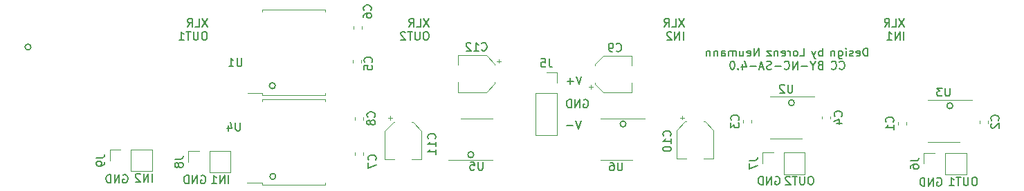
<source format=gbr>
%TF.GenerationSoftware,KiCad,Pcbnew,(7.0.0)*%
%TF.CreationDate,2023-11-09T23:31:26+01:00*%
%TF.ProjectId,xlr-inteface,786c722d-696e-4746-9566-6163652e6b69,rev?*%
%TF.SameCoordinates,Original*%
%TF.FileFunction,Legend,Bot*%
%TF.FilePolarity,Positive*%
%FSLAX46Y46*%
G04 Gerber Fmt 4.6, Leading zero omitted, Abs format (unit mm)*
G04 Created by KiCad (PCBNEW (7.0.0)) date 2023-11-09 23:31:26*
%MOMM*%
%LPD*%
G01*
G04 APERTURE LIST*
%ADD10C,0.150000*%
%ADD11C,0.120000*%
G04 APERTURE END LIST*
D10*
X120762381Y-39842380D02*
X120762381Y-38842380D01*
X120762381Y-38842380D02*
X120524286Y-38842380D01*
X120524286Y-38842380D02*
X120381429Y-38890000D01*
X120381429Y-38890000D02*
X120286191Y-38985238D01*
X120286191Y-38985238D02*
X120238572Y-39080476D01*
X120238572Y-39080476D02*
X120190953Y-39270952D01*
X120190953Y-39270952D02*
X120190953Y-39413809D01*
X120190953Y-39413809D02*
X120238572Y-39604285D01*
X120238572Y-39604285D02*
X120286191Y-39699523D01*
X120286191Y-39699523D02*
X120381429Y-39794761D01*
X120381429Y-39794761D02*
X120524286Y-39842380D01*
X120524286Y-39842380D02*
X120762381Y-39842380D01*
X119381429Y-39794761D02*
X119476667Y-39842380D01*
X119476667Y-39842380D02*
X119667143Y-39842380D01*
X119667143Y-39842380D02*
X119762381Y-39794761D01*
X119762381Y-39794761D02*
X119810000Y-39699523D01*
X119810000Y-39699523D02*
X119810000Y-39318571D01*
X119810000Y-39318571D02*
X119762381Y-39223333D01*
X119762381Y-39223333D02*
X119667143Y-39175714D01*
X119667143Y-39175714D02*
X119476667Y-39175714D01*
X119476667Y-39175714D02*
X119381429Y-39223333D01*
X119381429Y-39223333D02*
X119333810Y-39318571D01*
X119333810Y-39318571D02*
X119333810Y-39413809D01*
X119333810Y-39413809D02*
X119810000Y-39509047D01*
X118952857Y-39794761D02*
X118857619Y-39842380D01*
X118857619Y-39842380D02*
X118667143Y-39842380D01*
X118667143Y-39842380D02*
X118571905Y-39794761D01*
X118571905Y-39794761D02*
X118524286Y-39699523D01*
X118524286Y-39699523D02*
X118524286Y-39651904D01*
X118524286Y-39651904D02*
X118571905Y-39556666D01*
X118571905Y-39556666D02*
X118667143Y-39509047D01*
X118667143Y-39509047D02*
X118810000Y-39509047D01*
X118810000Y-39509047D02*
X118905238Y-39461428D01*
X118905238Y-39461428D02*
X118952857Y-39366190D01*
X118952857Y-39366190D02*
X118952857Y-39318571D01*
X118952857Y-39318571D02*
X118905238Y-39223333D01*
X118905238Y-39223333D02*
X118810000Y-39175714D01*
X118810000Y-39175714D02*
X118667143Y-39175714D01*
X118667143Y-39175714D02*
X118571905Y-39223333D01*
X118095714Y-39842380D02*
X118095714Y-39175714D01*
X118095714Y-38842380D02*
X118143333Y-38890000D01*
X118143333Y-38890000D02*
X118095714Y-38937619D01*
X118095714Y-38937619D02*
X118048095Y-38890000D01*
X118048095Y-38890000D02*
X118095714Y-38842380D01*
X118095714Y-38842380D02*
X118095714Y-38937619D01*
X117190953Y-39175714D02*
X117190953Y-39985238D01*
X117190953Y-39985238D02*
X117238572Y-40080476D01*
X117238572Y-40080476D02*
X117286191Y-40128095D01*
X117286191Y-40128095D02*
X117381429Y-40175714D01*
X117381429Y-40175714D02*
X117524286Y-40175714D01*
X117524286Y-40175714D02*
X117619524Y-40128095D01*
X117190953Y-39794761D02*
X117286191Y-39842380D01*
X117286191Y-39842380D02*
X117476667Y-39842380D01*
X117476667Y-39842380D02*
X117571905Y-39794761D01*
X117571905Y-39794761D02*
X117619524Y-39747142D01*
X117619524Y-39747142D02*
X117667143Y-39651904D01*
X117667143Y-39651904D02*
X117667143Y-39366190D01*
X117667143Y-39366190D02*
X117619524Y-39270952D01*
X117619524Y-39270952D02*
X117571905Y-39223333D01*
X117571905Y-39223333D02*
X117476667Y-39175714D01*
X117476667Y-39175714D02*
X117286191Y-39175714D01*
X117286191Y-39175714D02*
X117190953Y-39223333D01*
X116714762Y-39175714D02*
X116714762Y-39842380D01*
X116714762Y-39270952D02*
X116667143Y-39223333D01*
X116667143Y-39223333D02*
X116571905Y-39175714D01*
X116571905Y-39175714D02*
X116429048Y-39175714D01*
X116429048Y-39175714D02*
X116333810Y-39223333D01*
X116333810Y-39223333D02*
X116286191Y-39318571D01*
X116286191Y-39318571D02*
X116286191Y-39842380D01*
X115210000Y-39842380D02*
X115210000Y-38842380D01*
X115210000Y-39223333D02*
X115114762Y-39175714D01*
X115114762Y-39175714D02*
X114924286Y-39175714D01*
X114924286Y-39175714D02*
X114829048Y-39223333D01*
X114829048Y-39223333D02*
X114781429Y-39270952D01*
X114781429Y-39270952D02*
X114733810Y-39366190D01*
X114733810Y-39366190D02*
X114733810Y-39651904D01*
X114733810Y-39651904D02*
X114781429Y-39747142D01*
X114781429Y-39747142D02*
X114829048Y-39794761D01*
X114829048Y-39794761D02*
X114924286Y-39842380D01*
X114924286Y-39842380D02*
X115114762Y-39842380D01*
X115114762Y-39842380D02*
X115210000Y-39794761D01*
X114400476Y-39175714D02*
X114162381Y-39842380D01*
X113924286Y-39175714D02*
X114162381Y-39842380D01*
X114162381Y-39842380D02*
X114257619Y-40080476D01*
X114257619Y-40080476D02*
X114305238Y-40128095D01*
X114305238Y-40128095D02*
X114400476Y-40175714D01*
X112467143Y-39842380D02*
X112943333Y-39842380D01*
X112943333Y-39842380D02*
X112943333Y-38842380D01*
X111990952Y-39842380D02*
X112086190Y-39794761D01*
X112086190Y-39794761D02*
X112133809Y-39747142D01*
X112133809Y-39747142D02*
X112181428Y-39651904D01*
X112181428Y-39651904D02*
X112181428Y-39366190D01*
X112181428Y-39366190D02*
X112133809Y-39270952D01*
X112133809Y-39270952D02*
X112086190Y-39223333D01*
X112086190Y-39223333D02*
X111990952Y-39175714D01*
X111990952Y-39175714D02*
X111848095Y-39175714D01*
X111848095Y-39175714D02*
X111752857Y-39223333D01*
X111752857Y-39223333D02*
X111705238Y-39270952D01*
X111705238Y-39270952D02*
X111657619Y-39366190D01*
X111657619Y-39366190D02*
X111657619Y-39651904D01*
X111657619Y-39651904D02*
X111705238Y-39747142D01*
X111705238Y-39747142D02*
X111752857Y-39794761D01*
X111752857Y-39794761D02*
X111848095Y-39842380D01*
X111848095Y-39842380D02*
X111990952Y-39842380D01*
X111229047Y-39842380D02*
X111229047Y-39175714D01*
X111229047Y-39366190D02*
X111181428Y-39270952D01*
X111181428Y-39270952D02*
X111133809Y-39223333D01*
X111133809Y-39223333D02*
X111038571Y-39175714D01*
X111038571Y-39175714D02*
X110943333Y-39175714D01*
X110229047Y-39794761D02*
X110324285Y-39842380D01*
X110324285Y-39842380D02*
X110514761Y-39842380D01*
X110514761Y-39842380D02*
X110609999Y-39794761D01*
X110609999Y-39794761D02*
X110657618Y-39699523D01*
X110657618Y-39699523D02*
X110657618Y-39318571D01*
X110657618Y-39318571D02*
X110609999Y-39223333D01*
X110609999Y-39223333D02*
X110514761Y-39175714D01*
X110514761Y-39175714D02*
X110324285Y-39175714D01*
X110324285Y-39175714D02*
X110229047Y-39223333D01*
X110229047Y-39223333D02*
X110181428Y-39318571D01*
X110181428Y-39318571D02*
X110181428Y-39413809D01*
X110181428Y-39413809D02*
X110657618Y-39509047D01*
X109752856Y-39175714D02*
X109752856Y-39842380D01*
X109752856Y-39270952D02*
X109705237Y-39223333D01*
X109705237Y-39223333D02*
X109609999Y-39175714D01*
X109609999Y-39175714D02*
X109467142Y-39175714D01*
X109467142Y-39175714D02*
X109371904Y-39223333D01*
X109371904Y-39223333D02*
X109324285Y-39318571D01*
X109324285Y-39318571D02*
X109324285Y-39842380D01*
X108943332Y-39175714D02*
X108419523Y-39175714D01*
X108419523Y-39175714D02*
X108943332Y-39842380D01*
X108943332Y-39842380D02*
X108419523Y-39842380D01*
X107438570Y-39842380D02*
X107438570Y-38842380D01*
X107438570Y-38842380D02*
X106867142Y-39842380D01*
X106867142Y-39842380D02*
X106867142Y-38842380D01*
X106009999Y-39794761D02*
X106105237Y-39842380D01*
X106105237Y-39842380D02*
X106295713Y-39842380D01*
X106295713Y-39842380D02*
X106390951Y-39794761D01*
X106390951Y-39794761D02*
X106438570Y-39699523D01*
X106438570Y-39699523D02*
X106438570Y-39318571D01*
X106438570Y-39318571D02*
X106390951Y-39223333D01*
X106390951Y-39223333D02*
X106295713Y-39175714D01*
X106295713Y-39175714D02*
X106105237Y-39175714D01*
X106105237Y-39175714D02*
X106009999Y-39223333D01*
X106009999Y-39223333D02*
X105962380Y-39318571D01*
X105962380Y-39318571D02*
X105962380Y-39413809D01*
X105962380Y-39413809D02*
X106438570Y-39509047D01*
X105105237Y-39175714D02*
X105105237Y-39842380D01*
X105533808Y-39175714D02*
X105533808Y-39699523D01*
X105533808Y-39699523D02*
X105486189Y-39794761D01*
X105486189Y-39794761D02*
X105390951Y-39842380D01*
X105390951Y-39842380D02*
X105248094Y-39842380D01*
X105248094Y-39842380D02*
X105152856Y-39794761D01*
X105152856Y-39794761D02*
X105105237Y-39747142D01*
X104629046Y-39842380D02*
X104629046Y-39175714D01*
X104629046Y-39270952D02*
X104581427Y-39223333D01*
X104581427Y-39223333D02*
X104486189Y-39175714D01*
X104486189Y-39175714D02*
X104343332Y-39175714D01*
X104343332Y-39175714D02*
X104248094Y-39223333D01*
X104248094Y-39223333D02*
X104200475Y-39318571D01*
X104200475Y-39318571D02*
X104200475Y-39842380D01*
X104200475Y-39318571D02*
X104152856Y-39223333D01*
X104152856Y-39223333D02*
X104057618Y-39175714D01*
X104057618Y-39175714D02*
X103914761Y-39175714D01*
X103914761Y-39175714D02*
X103819522Y-39223333D01*
X103819522Y-39223333D02*
X103771903Y-39318571D01*
X103771903Y-39318571D02*
X103771903Y-39842380D01*
X102867142Y-39842380D02*
X102867142Y-39318571D01*
X102867142Y-39318571D02*
X102914761Y-39223333D01*
X102914761Y-39223333D02*
X103009999Y-39175714D01*
X103009999Y-39175714D02*
X103200475Y-39175714D01*
X103200475Y-39175714D02*
X103295713Y-39223333D01*
X102867142Y-39794761D02*
X102962380Y-39842380D01*
X102962380Y-39842380D02*
X103200475Y-39842380D01*
X103200475Y-39842380D02*
X103295713Y-39794761D01*
X103295713Y-39794761D02*
X103343332Y-39699523D01*
X103343332Y-39699523D02*
X103343332Y-39604285D01*
X103343332Y-39604285D02*
X103295713Y-39509047D01*
X103295713Y-39509047D02*
X103200475Y-39461428D01*
X103200475Y-39461428D02*
X102962380Y-39461428D01*
X102962380Y-39461428D02*
X102867142Y-39413809D01*
X102390951Y-39175714D02*
X102390951Y-39842380D01*
X102390951Y-39270952D02*
X102343332Y-39223333D01*
X102343332Y-39223333D02*
X102248094Y-39175714D01*
X102248094Y-39175714D02*
X102105237Y-39175714D01*
X102105237Y-39175714D02*
X102009999Y-39223333D01*
X102009999Y-39223333D02*
X101962380Y-39318571D01*
X101962380Y-39318571D02*
X101962380Y-39842380D01*
X101486189Y-39175714D02*
X101486189Y-39842380D01*
X101486189Y-39270952D02*
X101438570Y-39223333D01*
X101438570Y-39223333D02*
X101343332Y-39175714D01*
X101343332Y-39175714D02*
X101200475Y-39175714D01*
X101200475Y-39175714D02*
X101105237Y-39223333D01*
X101105237Y-39223333D02*
X101057618Y-39318571D01*
X101057618Y-39318571D02*
X101057618Y-39842380D01*
X117305237Y-41367142D02*
X117352856Y-41414761D01*
X117352856Y-41414761D02*
X117495713Y-41462380D01*
X117495713Y-41462380D02*
X117590951Y-41462380D01*
X117590951Y-41462380D02*
X117733808Y-41414761D01*
X117733808Y-41414761D02*
X117829046Y-41319523D01*
X117829046Y-41319523D02*
X117876665Y-41224285D01*
X117876665Y-41224285D02*
X117924284Y-41033809D01*
X117924284Y-41033809D02*
X117924284Y-40890952D01*
X117924284Y-40890952D02*
X117876665Y-40700476D01*
X117876665Y-40700476D02*
X117829046Y-40605238D01*
X117829046Y-40605238D02*
X117733808Y-40510000D01*
X117733808Y-40510000D02*
X117590951Y-40462380D01*
X117590951Y-40462380D02*
X117495713Y-40462380D01*
X117495713Y-40462380D02*
X117352856Y-40510000D01*
X117352856Y-40510000D02*
X117305237Y-40557619D01*
X116305237Y-41367142D02*
X116352856Y-41414761D01*
X116352856Y-41414761D02*
X116495713Y-41462380D01*
X116495713Y-41462380D02*
X116590951Y-41462380D01*
X116590951Y-41462380D02*
X116733808Y-41414761D01*
X116733808Y-41414761D02*
X116829046Y-41319523D01*
X116829046Y-41319523D02*
X116876665Y-41224285D01*
X116876665Y-41224285D02*
X116924284Y-41033809D01*
X116924284Y-41033809D02*
X116924284Y-40890952D01*
X116924284Y-40890952D02*
X116876665Y-40700476D01*
X116876665Y-40700476D02*
X116829046Y-40605238D01*
X116829046Y-40605238D02*
X116733808Y-40510000D01*
X116733808Y-40510000D02*
X116590951Y-40462380D01*
X116590951Y-40462380D02*
X116495713Y-40462380D01*
X116495713Y-40462380D02*
X116352856Y-40510000D01*
X116352856Y-40510000D02*
X116305237Y-40557619D01*
X114943332Y-40938571D02*
X114800475Y-40986190D01*
X114800475Y-40986190D02*
X114752856Y-41033809D01*
X114752856Y-41033809D02*
X114705237Y-41129047D01*
X114705237Y-41129047D02*
X114705237Y-41271904D01*
X114705237Y-41271904D02*
X114752856Y-41367142D01*
X114752856Y-41367142D02*
X114800475Y-41414761D01*
X114800475Y-41414761D02*
X114895713Y-41462380D01*
X114895713Y-41462380D02*
X115276665Y-41462380D01*
X115276665Y-41462380D02*
X115276665Y-40462380D01*
X115276665Y-40462380D02*
X114943332Y-40462380D01*
X114943332Y-40462380D02*
X114848094Y-40510000D01*
X114848094Y-40510000D02*
X114800475Y-40557619D01*
X114800475Y-40557619D02*
X114752856Y-40652857D01*
X114752856Y-40652857D02*
X114752856Y-40748095D01*
X114752856Y-40748095D02*
X114800475Y-40843333D01*
X114800475Y-40843333D02*
X114848094Y-40890952D01*
X114848094Y-40890952D02*
X114943332Y-40938571D01*
X114943332Y-40938571D02*
X115276665Y-40938571D01*
X114086189Y-40986190D02*
X114086189Y-41462380D01*
X114419522Y-40462380D02*
X114086189Y-40986190D01*
X114086189Y-40986190D02*
X113752856Y-40462380D01*
X113419522Y-41081428D02*
X112657618Y-41081428D01*
X112181427Y-41462380D02*
X112181427Y-40462380D01*
X112181427Y-40462380D02*
X111609999Y-41462380D01*
X111609999Y-41462380D02*
X111609999Y-40462380D01*
X110562380Y-41367142D02*
X110609999Y-41414761D01*
X110609999Y-41414761D02*
X110752856Y-41462380D01*
X110752856Y-41462380D02*
X110848094Y-41462380D01*
X110848094Y-41462380D02*
X110990951Y-41414761D01*
X110990951Y-41414761D02*
X111086189Y-41319523D01*
X111086189Y-41319523D02*
X111133808Y-41224285D01*
X111133808Y-41224285D02*
X111181427Y-41033809D01*
X111181427Y-41033809D02*
X111181427Y-40890952D01*
X111181427Y-40890952D02*
X111133808Y-40700476D01*
X111133808Y-40700476D02*
X111086189Y-40605238D01*
X111086189Y-40605238D02*
X110990951Y-40510000D01*
X110990951Y-40510000D02*
X110848094Y-40462380D01*
X110848094Y-40462380D02*
X110752856Y-40462380D01*
X110752856Y-40462380D02*
X110609999Y-40510000D01*
X110609999Y-40510000D02*
X110562380Y-40557619D01*
X110133808Y-41081428D02*
X109371904Y-41081428D01*
X108943332Y-41414761D02*
X108800475Y-41462380D01*
X108800475Y-41462380D02*
X108562380Y-41462380D01*
X108562380Y-41462380D02*
X108467142Y-41414761D01*
X108467142Y-41414761D02*
X108419523Y-41367142D01*
X108419523Y-41367142D02*
X108371904Y-41271904D01*
X108371904Y-41271904D02*
X108371904Y-41176666D01*
X108371904Y-41176666D02*
X108419523Y-41081428D01*
X108419523Y-41081428D02*
X108467142Y-41033809D01*
X108467142Y-41033809D02*
X108562380Y-40986190D01*
X108562380Y-40986190D02*
X108752856Y-40938571D01*
X108752856Y-40938571D02*
X108848094Y-40890952D01*
X108848094Y-40890952D02*
X108895713Y-40843333D01*
X108895713Y-40843333D02*
X108943332Y-40748095D01*
X108943332Y-40748095D02*
X108943332Y-40652857D01*
X108943332Y-40652857D02*
X108895713Y-40557619D01*
X108895713Y-40557619D02*
X108848094Y-40510000D01*
X108848094Y-40510000D02*
X108752856Y-40462380D01*
X108752856Y-40462380D02*
X108514761Y-40462380D01*
X108514761Y-40462380D02*
X108371904Y-40510000D01*
X107990951Y-41176666D02*
X107514761Y-41176666D01*
X108086189Y-41462380D02*
X107752856Y-40462380D01*
X107752856Y-40462380D02*
X107419523Y-41462380D01*
X107086189Y-41081428D02*
X106324285Y-41081428D01*
X105419523Y-40795714D02*
X105419523Y-41462380D01*
X105657618Y-40414761D02*
X105895713Y-41129047D01*
X105895713Y-41129047D02*
X105276666Y-41129047D01*
X104895713Y-41367142D02*
X104848094Y-41414761D01*
X104848094Y-41414761D02*
X104895713Y-41462380D01*
X104895713Y-41462380D02*
X104943332Y-41414761D01*
X104943332Y-41414761D02*
X104895713Y-41367142D01*
X104895713Y-41367142D02*
X104895713Y-41462380D01*
X104229047Y-40462380D02*
X104133809Y-40462380D01*
X104133809Y-40462380D02*
X104038571Y-40510000D01*
X104038571Y-40510000D02*
X103990952Y-40557619D01*
X103990952Y-40557619D02*
X103943333Y-40652857D01*
X103943333Y-40652857D02*
X103895714Y-40843333D01*
X103895714Y-40843333D02*
X103895714Y-41081428D01*
X103895714Y-41081428D02*
X103943333Y-41271904D01*
X103943333Y-41271904D02*
X103990952Y-41367142D01*
X103990952Y-41367142D02*
X104038571Y-41414761D01*
X104038571Y-41414761D02*
X104133809Y-41462380D01*
X104133809Y-41462380D02*
X104229047Y-41462380D01*
X104229047Y-41462380D02*
X104324285Y-41414761D01*
X104324285Y-41414761D02*
X104371904Y-41367142D01*
X104371904Y-41367142D02*
X104419523Y-41271904D01*
X104419523Y-41271904D02*
X104467142Y-41081428D01*
X104467142Y-41081428D02*
X104467142Y-40843333D01*
X104467142Y-40843333D02*
X104419523Y-40652857D01*
X104419523Y-40652857D02*
X104371904Y-40557619D01*
X104371904Y-40557619D02*
X104324285Y-40510000D01*
X104324285Y-40510000D02*
X104229047Y-40462380D01*
X39977142Y-35222380D02*
X39310476Y-36222380D01*
X39310476Y-35222380D02*
X39977142Y-36222380D01*
X38453333Y-36222380D02*
X38929523Y-36222380D01*
X38929523Y-36222380D02*
X38929523Y-35222380D01*
X37548571Y-36222380D02*
X37881904Y-35746190D01*
X38119999Y-36222380D02*
X38119999Y-35222380D01*
X38119999Y-35222380D02*
X37739047Y-35222380D01*
X37739047Y-35222380D02*
X37643809Y-35270000D01*
X37643809Y-35270000D02*
X37596190Y-35317619D01*
X37596190Y-35317619D02*
X37548571Y-35412857D01*
X37548571Y-35412857D02*
X37548571Y-35555714D01*
X37548571Y-35555714D02*
X37596190Y-35650952D01*
X37596190Y-35650952D02*
X37643809Y-35698571D01*
X37643809Y-35698571D02*
X37739047Y-35746190D01*
X37739047Y-35746190D02*
X38119999Y-35746190D01*
X39691428Y-36842380D02*
X39500952Y-36842380D01*
X39500952Y-36842380D02*
X39405714Y-36890000D01*
X39405714Y-36890000D02*
X39310476Y-36985238D01*
X39310476Y-36985238D02*
X39262857Y-37175714D01*
X39262857Y-37175714D02*
X39262857Y-37509047D01*
X39262857Y-37509047D02*
X39310476Y-37699523D01*
X39310476Y-37699523D02*
X39405714Y-37794761D01*
X39405714Y-37794761D02*
X39500952Y-37842380D01*
X39500952Y-37842380D02*
X39691428Y-37842380D01*
X39691428Y-37842380D02*
X39786666Y-37794761D01*
X39786666Y-37794761D02*
X39881904Y-37699523D01*
X39881904Y-37699523D02*
X39929523Y-37509047D01*
X39929523Y-37509047D02*
X39929523Y-37175714D01*
X39929523Y-37175714D02*
X39881904Y-36985238D01*
X39881904Y-36985238D02*
X39786666Y-36890000D01*
X39786666Y-36890000D02*
X39691428Y-36842380D01*
X38834285Y-36842380D02*
X38834285Y-37651904D01*
X38834285Y-37651904D02*
X38786666Y-37747142D01*
X38786666Y-37747142D02*
X38739047Y-37794761D01*
X38739047Y-37794761D02*
X38643809Y-37842380D01*
X38643809Y-37842380D02*
X38453333Y-37842380D01*
X38453333Y-37842380D02*
X38358095Y-37794761D01*
X38358095Y-37794761D02*
X38310476Y-37747142D01*
X38310476Y-37747142D02*
X38262857Y-37651904D01*
X38262857Y-37651904D02*
X38262857Y-36842380D01*
X37929523Y-36842380D02*
X37358095Y-36842380D01*
X37643809Y-37842380D02*
X37643809Y-36842380D01*
X36500952Y-37842380D02*
X37072380Y-37842380D01*
X36786666Y-37842380D02*
X36786666Y-36842380D01*
X36786666Y-36842380D02*
X36881904Y-36985238D01*
X36881904Y-36985238D02*
X36977142Y-37080476D01*
X36977142Y-37080476D02*
X37072380Y-37128095D01*
X67077142Y-35222380D02*
X66410476Y-36222380D01*
X66410476Y-35222380D02*
X67077142Y-36222380D01*
X65553333Y-36222380D02*
X66029523Y-36222380D01*
X66029523Y-36222380D02*
X66029523Y-35222380D01*
X64648571Y-36222380D02*
X64981904Y-35746190D01*
X65219999Y-36222380D02*
X65219999Y-35222380D01*
X65219999Y-35222380D02*
X64839047Y-35222380D01*
X64839047Y-35222380D02*
X64743809Y-35270000D01*
X64743809Y-35270000D02*
X64696190Y-35317619D01*
X64696190Y-35317619D02*
X64648571Y-35412857D01*
X64648571Y-35412857D02*
X64648571Y-35555714D01*
X64648571Y-35555714D02*
X64696190Y-35650952D01*
X64696190Y-35650952D02*
X64743809Y-35698571D01*
X64743809Y-35698571D02*
X64839047Y-35746190D01*
X64839047Y-35746190D02*
X65219999Y-35746190D01*
X66791428Y-36842380D02*
X66600952Y-36842380D01*
X66600952Y-36842380D02*
X66505714Y-36890000D01*
X66505714Y-36890000D02*
X66410476Y-36985238D01*
X66410476Y-36985238D02*
X66362857Y-37175714D01*
X66362857Y-37175714D02*
X66362857Y-37509047D01*
X66362857Y-37509047D02*
X66410476Y-37699523D01*
X66410476Y-37699523D02*
X66505714Y-37794761D01*
X66505714Y-37794761D02*
X66600952Y-37842380D01*
X66600952Y-37842380D02*
X66791428Y-37842380D01*
X66791428Y-37842380D02*
X66886666Y-37794761D01*
X66886666Y-37794761D02*
X66981904Y-37699523D01*
X66981904Y-37699523D02*
X67029523Y-37509047D01*
X67029523Y-37509047D02*
X67029523Y-37175714D01*
X67029523Y-37175714D02*
X66981904Y-36985238D01*
X66981904Y-36985238D02*
X66886666Y-36890000D01*
X66886666Y-36890000D02*
X66791428Y-36842380D01*
X65934285Y-36842380D02*
X65934285Y-37651904D01*
X65934285Y-37651904D02*
X65886666Y-37747142D01*
X65886666Y-37747142D02*
X65839047Y-37794761D01*
X65839047Y-37794761D02*
X65743809Y-37842380D01*
X65743809Y-37842380D02*
X65553333Y-37842380D01*
X65553333Y-37842380D02*
X65458095Y-37794761D01*
X65458095Y-37794761D02*
X65410476Y-37747142D01*
X65410476Y-37747142D02*
X65362857Y-37651904D01*
X65362857Y-37651904D02*
X65362857Y-36842380D01*
X65029523Y-36842380D02*
X64458095Y-36842380D01*
X64743809Y-37842380D02*
X64743809Y-36842380D01*
X64172380Y-36937619D02*
X64124761Y-36890000D01*
X64124761Y-36890000D02*
X64029523Y-36842380D01*
X64029523Y-36842380D02*
X63791428Y-36842380D01*
X63791428Y-36842380D02*
X63696190Y-36890000D01*
X63696190Y-36890000D02*
X63648571Y-36937619D01*
X63648571Y-36937619D02*
X63600952Y-37032857D01*
X63600952Y-37032857D02*
X63600952Y-37128095D01*
X63600952Y-37128095D02*
X63648571Y-37270952D01*
X63648571Y-37270952D02*
X64219999Y-37842380D01*
X64219999Y-37842380D02*
X63600952Y-37842380D01*
X98307142Y-35222380D02*
X97640476Y-36222380D01*
X97640476Y-35222380D02*
X98307142Y-36222380D01*
X96783333Y-36222380D02*
X97259523Y-36222380D01*
X97259523Y-36222380D02*
X97259523Y-35222380D01*
X95878571Y-36222380D02*
X96211904Y-35746190D01*
X96449999Y-36222380D02*
X96449999Y-35222380D01*
X96449999Y-35222380D02*
X96069047Y-35222380D01*
X96069047Y-35222380D02*
X95973809Y-35270000D01*
X95973809Y-35270000D02*
X95926190Y-35317619D01*
X95926190Y-35317619D02*
X95878571Y-35412857D01*
X95878571Y-35412857D02*
X95878571Y-35555714D01*
X95878571Y-35555714D02*
X95926190Y-35650952D01*
X95926190Y-35650952D02*
X95973809Y-35698571D01*
X95973809Y-35698571D02*
X96069047Y-35746190D01*
X96069047Y-35746190D02*
X96449999Y-35746190D01*
X98211904Y-37842380D02*
X98211904Y-36842380D01*
X97735714Y-37842380D02*
X97735714Y-36842380D01*
X97735714Y-36842380D02*
X97164286Y-37842380D01*
X97164286Y-37842380D02*
X97164286Y-36842380D01*
X96735714Y-36937619D02*
X96688095Y-36890000D01*
X96688095Y-36890000D02*
X96592857Y-36842380D01*
X96592857Y-36842380D02*
X96354762Y-36842380D01*
X96354762Y-36842380D02*
X96259524Y-36890000D01*
X96259524Y-36890000D02*
X96211905Y-36937619D01*
X96211905Y-36937619D02*
X96164286Y-37032857D01*
X96164286Y-37032857D02*
X96164286Y-37128095D01*
X96164286Y-37128095D02*
X96211905Y-37270952D01*
X96211905Y-37270952D02*
X96783333Y-37842380D01*
X96783333Y-37842380D02*
X96164286Y-37842380D01*
X125267142Y-35222380D02*
X124600476Y-36222380D01*
X124600476Y-35222380D02*
X125267142Y-36222380D01*
X123743333Y-36222380D02*
X124219523Y-36222380D01*
X124219523Y-36222380D02*
X124219523Y-35222380D01*
X122838571Y-36222380D02*
X123171904Y-35746190D01*
X123409999Y-36222380D02*
X123409999Y-35222380D01*
X123409999Y-35222380D02*
X123029047Y-35222380D01*
X123029047Y-35222380D02*
X122933809Y-35270000D01*
X122933809Y-35270000D02*
X122886190Y-35317619D01*
X122886190Y-35317619D02*
X122838571Y-35412857D01*
X122838571Y-35412857D02*
X122838571Y-35555714D01*
X122838571Y-35555714D02*
X122886190Y-35650952D01*
X122886190Y-35650952D02*
X122933809Y-35698571D01*
X122933809Y-35698571D02*
X123029047Y-35746190D01*
X123029047Y-35746190D02*
X123409999Y-35746190D01*
X125171904Y-37842380D02*
X125171904Y-36842380D01*
X124695714Y-37842380D02*
X124695714Y-36842380D01*
X124695714Y-36842380D02*
X124124286Y-37842380D01*
X124124286Y-37842380D02*
X124124286Y-36842380D01*
X123124286Y-37842380D02*
X123695714Y-37842380D01*
X123410000Y-37842380D02*
X123410000Y-36842380D01*
X123410000Y-36842380D02*
X123505238Y-36985238D01*
X123505238Y-36985238D02*
X123600476Y-37080476D01*
X123600476Y-37080476D02*
X123695714Y-37128095D01*
X91183456Y-48160000D02*
G75*
G03*
X91183456Y-48160000I-363456J0D01*
G01*
X72553456Y-51940000D02*
G75*
G03*
X72553456Y-51940000I-363456J0D01*
G01*
X131173456Y-45930000D02*
G75*
G03*
X131173456Y-45930000I-363456J0D01*
G01*
X111783456Y-45560000D02*
G75*
G03*
X111783456Y-45560000I-363456J0D01*
G01*
X48323456Y-54610000D02*
G75*
G03*
X48323456Y-54610000I-363456J0D01*
G01*
X48263456Y-43470000D02*
G75*
G03*
X48263456Y-43470000I-363456J0D01*
G01*
X18363456Y-38720000D02*
G75*
G03*
X18363456Y-38720000I-363456J0D01*
G01*
X113881428Y-54612380D02*
X113690952Y-54612380D01*
X113690952Y-54612380D02*
X113595714Y-54660000D01*
X113595714Y-54660000D02*
X113500476Y-54755238D01*
X113500476Y-54755238D02*
X113452857Y-54945714D01*
X113452857Y-54945714D02*
X113452857Y-55279047D01*
X113452857Y-55279047D02*
X113500476Y-55469523D01*
X113500476Y-55469523D02*
X113595714Y-55564761D01*
X113595714Y-55564761D02*
X113690952Y-55612380D01*
X113690952Y-55612380D02*
X113881428Y-55612380D01*
X113881428Y-55612380D02*
X113976666Y-55564761D01*
X113976666Y-55564761D02*
X114071904Y-55469523D01*
X114071904Y-55469523D02*
X114119523Y-55279047D01*
X114119523Y-55279047D02*
X114119523Y-54945714D01*
X114119523Y-54945714D02*
X114071904Y-54755238D01*
X114071904Y-54755238D02*
X113976666Y-54660000D01*
X113976666Y-54660000D02*
X113881428Y-54612380D01*
X113024285Y-54612380D02*
X113024285Y-55421904D01*
X113024285Y-55421904D02*
X112976666Y-55517142D01*
X112976666Y-55517142D02*
X112929047Y-55564761D01*
X112929047Y-55564761D02*
X112833809Y-55612380D01*
X112833809Y-55612380D02*
X112643333Y-55612380D01*
X112643333Y-55612380D02*
X112548095Y-55564761D01*
X112548095Y-55564761D02*
X112500476Y-55517142D01*
X112500476Y-55517142D02*
X112452857Y-55421904D01*
X112452857Y-55421904D02*
X112452857Y-54612380D01*
X112119523Y-54612380D02*
X111548095Y-54612380D01*
X111833809Y-55612380D02*
X111833809Y-54612380D01*
X111262380Y-54707619D02*
X111214761Y-54660000D01*
X111214761Y-54660000D02*
X111119523Y-54612380D01*
X111119523Y-54612380D02*
X110881428Y-54612380D01*
X110881428Y-54612380D02*
X110786190Y-54660000D01*
X110786190Y-54660000D02*
X110738571Y-54707619D01*
X110738571Y-54707619D02*
X110690952Y-54802857D01*
X110690952Y-54802857D02*
X110690952Y-54898095D01*
X110690952Y-54898095D02*
X110738571Y-55040952D01*
X110738571Y-55040952D02*
X111309999Y-55612380D01*
X111309999Y-55612380D02*
X110690952Y-55612380D01*
X85734761Y-42302380D02*
X85401428Y-43302380D01*
X85401428Y-43302380D02*
X85068095Y-42302380D01*
X84734761Y-42921428D02*
X83972857Y-42921428D01*
X84353809Y-43302380D02*
X84353809Y-42540476D01*
X42531904Y-55482380D02*
X42531904Y-54482380D01*
X42055714Y-55482380D02*
X42055714Y-54482380D01*
X42055714Y-54482380D02*
X41484286Y-55482380D01*
X41484286Y-55482380D02*
X41484286Y-54482380D01*
X40484286Y-55482380D02*
X41055714Y-55482380D01*
X40770000Y-55482380D02*
X40770000Y-54482380D01*
X40770000Y-54482380D02*
X40865238Y-54625238D01*
X40865238Y-54625238D02*
X40960476Y-54720476D01*
X40960476Y-54720476D02*
X41055714Y-54768095D01*
X85674761Y-47752380D02*
X85341428Y-48752380D01*
X85341428Y-48752380D02*
X85008095Y-47752380D01*
X84674761Y-48371428D02*
X83912857Y-48371428D01*
X109458095Y-54660000D02*
X109553333Y-54612380D01*
X109553333Y-54612380D02*
X109696190Y-54612380D01*
X109696190Y-54612380D02*
X109839047Y-54660000D01*
X109839047Y-54660000D02*
X109934285Y-54755238D01*
X109934285Y-54755238D02*
X109981904Y-54850476D01*
X109981904Y-54850476D02*
X110029523Y-55040952D01*
X110029523Y-55040952D02*
X110029523Y-55183809D01*
X110029523Y-55183809D02*
X109981904Y-55374285D01*
X109981904Y-55374285D02*
X109934285Y-55469523D01*
X109934285Y-55469523D02*
X109839047Y-55564761D01*
X109839047Y-55564761D02*
X109696190Y-55612380D01*
X109696190Y-55612380D02*
X109600952Y-55612380D01*
X109600952Y-55612380D02*
X109458095Y-55564761D01*
X109458095Y-55564761D02*
X109410476Y-55517142D01*
X109410476Y-55517142D02*
X109410476Y-55183809D01*
X109410476Y-55183809D02*
X109600952Y-55183809D01*
X108981904Y-55612380D02*
X108981904Y-54612380D01*
X108981904Y-54612380D02*
X108410476Y-55612380D01*
X108410476Y-55612380D02*
X108410476Y-54612380D01*
X107934285Y-55612380D02*
X107934285Y-54612380D01*
X107934285Y-54612380D02*
X107696190Y-54612380D01*
X107696190Y-54612380D02*
X107553333Y-54660000D01*
X107553333Y-54660000D02*
X107458095Y-54755238D01*
X107458095Y-54755238D02*
X107410476Y-54850476D01*
X107410476Y-54850476D02*
X107362857Y-55040952D01*
X107362857Y-55040952D02*
X107362857Y-55183809D01*
X107362857Y-55183809D02*
X107410476Y-55374285D01*
X107410476Y-55374285D02*
X107458095Y-55469523D01*
X107458095Y-55469523D02*
X107553333Y-55564761D01*
X107553333Y-55564761D02*
X107696190Y-55612380D01*
X107696190Y-55612380D02*
X107934285Y-55612380D01*
X33211904Y-55272380D02*
X33211904Y-54272380D01*
X32735714Y-55272380D02*
X32735714Y-54272380D01*
X32735714Y-54272380D02*
X32164286Y-55272380D01*
X32164286Y-55272380D02*
X32164286Y-54272380D01*
X31735714Y-54367619D02*
X31688095Y-54320000D01*
X31688095Y-54320000D02*
X31592857Y-54272380D01*
X31592857Y-54272380D02*
X31354762Y-54272380D01*
X31354762Y-54272380D02*
X31259524Y-54320000D01*
X31259524Y-54320000D02*
X31211905Y-54367619D01*
X31211905Y-54367619D02*
X31164286Y-54462857D01*
X31164286Y-54462857D02*
X31164286Y-54558095D01*
X31164286Y-54558095D02*
X31211905Y-54700952D01*
X31211905Y-54700952D02*
X31783333Y-55272380D01*
X31783333Y-55272380D02*
X31164286Y-55272380D01*
X39178095Y-54530000D02*
X39273333Y-54482380D01*
X39273333Y-54482380D02*
X39416190Y-54482380D01*
X39416190Y-54482380D02*
X39559047Y-54530000D01*
X39559047Y-54530000D02*
X39654285Y-54625238D01*
X39654285Y-54625238D02*
X39701904Y-54720476D01*
X39701904Y-54720476D02*
X39749523Y-54910952D01*
X39749523Y-54910952D02*
X39749523Y-55053809D01*
X39749523Y-55053809D02*
X39701904Y-55244285D01*
X39701904Y-55244285D02*
X39654285Y-55339523D01*
X39654285Y-55339523D02*
X39559047Y-55434761D01*
X39559047Y-55434761D02*
X39416190Y-55482380D01*
X39416190Y-55482380D02*
X39320952Y-55482380D01*
X39320952Y-55482380D02*
X39178095Y-55434761D01*
X39178095Y-55434761D02*
X39130476Y-55387142D01*
X39130476Y-55387142D02*
X39130476Y-55053809D01*
X39130476Y-55053809D02*
X39320952Y-55053809D01*
X38701904Y-55482380D02*
X38701904Y-54482380D01*
X38701904Y-54482380D02*
X38130476Y-55482380D01*
X38130476Y-55482380D02*
X38130476Y-54482380D01*
X37654285Y-55482380D02*
X37654285Y-54482380D01*
X37654285Y-54482380D02*
X37416190Y-54482380D01*
X37416190Y-54482380D02*
X37273333Y-54530000D01*
X37273333Y-54530000D02*
X37178095Y-54625238D01*
X37178095Y-54625238D02*
X37130476Y-54720476D01*
X37130476Y-54720476D02*
X37082857Y-54910952D01*
X37082857Y-54910952D02*
X37082857Y-55053809D01*
X37082857Y-55053809D02*
X37130476Y-55244285D01*
X37130476Y-55244285D02*
X37178095Y-55339523D01*
X37178095Y-55339523D02*
X37273333Y-55434761D01*
X37273333Y-55434761D02*
X37416190Y-55482380D01*
X37416190Y-55482380D02*
X37654285Y-55482380D01*
X133921428Y-54722380D02*
X133730952Y-54722380D01*
X133730952Y-54722380D02*
X133635714Y-54770000D01*
X133635714Y-54770000D02*
X133540476Y-54865238D01*
X133540476Y-54865238D02*
X133492857Y-55055714D01*
X133492857Y-55055714D02*
X133492857Y-55389047D01*
X133492857Y-55389047D02*
X133540476Y-55579523D01*
X133540476Y-55579523D02*
X133635714Y-55674761D01*
X133635714Y-55674761D02*
X133730952Y-55722380D01*
X133730952Y-55722380D02*
X133921428Y-55722380D01*
X133921428Y-55722380D02*
X134016666Y-55674761D01*
X134016666Y-55674761D02*
X134111904Y-55579523D01*
X134111904Y-55579523D02*
X134159523Y-55389047D01*
X134159523Y-55389047D02*
X134159523Y-55055714D01*
X134159523Y-55055714D02*
X134111904Y-54865238D01*
X134111904Y-54865238D02*
X134016666Y-54770000D01*
X134016666Y-54770000D02*
X133921428Y-54722380D01*
X133064285Y-54722380D02*
X133064285Y-55531904D01*
X133064285Y-55531904D02*
X133016666Y-55627142D01*
X133016666Y-55627142D02*
X132969047Y-55674761D01*
X132969047Y-55674761D02*
X132873809Y-55722380D01*
X132873809Y-55722380D02*
X132683333Y-55722380D01*
X132683333Y-55722380D02*
X132588095Y-55674761D01*
X132588095Y-55674761D02*
X132540476Y-55627142D01*
X132540476Y-55627142D02*
X132492857Y-55531904D01*
X132492857Y-55531904D02*
X132492857Y-54722380D01*
X132159523Y-54722380D02*
X131588095Y-54722380D01*
X131873809Y-55722380D02*
X131873809Y-54722380D01*
X130730952Y-55722380D02*
X131302380Y-55722380D01*
X131016666Y-55722380D02*
X131016666Y-54722380D01*
X131016666Y-54722380D02*
X131111904Y-54865238D01*
X131111904Y-54865238D02*
X131207142Y-54960476D01*
X131207142Y-54960476D02*
X131302380Y-55008095D01*
X85998095Y-45210000D02*
X86093333Y-45162380D01*
X86093333Y-45162380D02*
X86236190Y-45162380D01*
X86236190Y-45162380D02*
X86379047Y-45210000D01*
X86379047Y-45210000D02*
X86474285Y-45305238D01*
X86474285Y-45305238D02*
X86521904Y-45400476D01*
X86521904Y-45400476D02*
X86569523Y-45590952D01*
X86569523Y-45590952D02*
X86569523Y-45733809D01*
X86569523Y-45733809D02*
X86521904Y-45924285D01*
X86521904Y-45924285D02*
X86474285Y-46019523D01*
X86474285Y-46019523D02*
X86379047Y-46114761D01*
X86379047Y-46114761D02*
X86236190Y-46162380D01*
X86236190Y-46162380D02*
X86140952Y-46162380D01*
X86140952Y-46162380D02*
X85998095Y-46114761D01*
X85998095Y-46114761D02*
X85950476Y-46067142D01*
X85950476Y-46067142D02*
X85950476Y-45733809D01*
X85950476Y-45733809D02*
X86140952Y-45733809D01*
X85521904Y-46162380D02*
X85521904Y-45162380D01*
X85521904Y-45162380D02*
X84950476Y-46162380D01*
X84950476Y-46162380D02*
X84950476Y-45162380D01*
X84474285Y-46162380D02*
X84474285Y-45162380D01*
X84474285Y-45162380D02*
X84236190Y-45162380D01*
X84236190Y-45162380D02*
X84093333Y-45210000D01*
X84093333Y-45210000D02*
X83998095Y-45305238D01*
X83998095Y-45305238D02*
X83950476Y-45400476D01*
X83950476Y-45400476D02*
X83902857Y-45590952D01*
X83902857Y-45590952D02*
X83902857Y-45733809D01*
X83902857Y-45733809D02*
X83950476Y-45924285D01*
X83950476Y-45924285D02*
X83998095Y-46019523D01*
X83998095Y-46019523D02*
X84093333Y-46114761D01*
X84093333Y-46114761D02*
X84236190Y-46162380D01*
X84236190Y-46162380D02*
X84474285Y-46162380D01*
X129248095Y-54810000D02*
X129343333Y-54762380D01*
X129343333Y-54762380D02*
X129486190Y-54762380D01*
X129486190Y-54762380D02*
X129629047Y-54810000D01*
X129629047Y-54810000D02*
X129724285Y-54905238D01*
X129724285Y-54905238D02*
X129771904Y-55000476D01*
X129771904Y-55000476D02*
X129819523Y-55190952D01*
X129819523Y-55190952D02*
X129819523Y-55333809D01*
X129819523Y-55333809D02*
X129771904Y-55524285D01*
X129771904Y-55524285D02*
X129724285Y-55619523D01*
X129724285Y-55619523D02*
X129629047Y-55714761D01*
X129629047Y-55714761D02*
X129486190Y-55762380D01*
X129486190Y-55762380D02*
X129390952Y-55762380D01*
X129390952Y-55762380D02*
X129248095Y-55714761D01*
X129248095Y-55714761D02*
X129200476Y-55667142D01*
X129200476Y-55667142D02*
X129200476Y-55333809D01*
X129200476Y-55333809D02*
X129390952Y-55333809D01*
X128771904Y-55762380D02*
X128771904Y-54762380D01*
X128771904Y-54762380D02*
X128200476Y-55762380D01*
X128200476Y-55762380D02*
X128200476Y-54762380D01*
X127724285Y-55762380D02*
X127724285Y-54762380D01*
X127724285Y-54762380D02*
X127486190Y-54762380D01*
X127486190Y-54762380D02*
X127343333Y-54810000D01*
X127343333Y-54810000D02*
X127248095Y-54905238D01*
X127248095Y-54905238D02*
X127200476Y-55000476D01*
X127200476Y-55000476D02*
X127152857Y-55190952D01*
X127152857Y-55190952D02*
X127152857Y-55333809D01*
X127152857Y-55333809D02*
X127200476Y-55524285D01*
X127200476Y-55524285D02*
X127248095Y-55619523D01*
X127248095Y-55619523D02*
X127343333Y-55714761D01*
X127343333Y-55714761D02*
X127486190Y-55762380D01*
X127486190Y-55762380D02*
X127724285Y-55762380D01*
X29648095Y-54440000D02*
X29743333Y-54392380D01*
X29743333Y-54392380D02*
X29886190Y-54392380D01*
X29886190Y-54392380D02*
X30029047Y-54440000D01*
X30029047Y-54440000D02*
X30124285Y-54535238D01*
X30124285Y-54535238D02*
X30171904Y-54630476D01*
X30171904Y-54630476D02*
X30219523Y-54820952D01*
X30219523Y-54820952D02*
X30219523Y-54963809D01*
X30219523Y-54963809D02*
X30171904Y-55154285D01*
X30171904Y-55154285D02*
X30124285Y-55249523D01*
X30124285Y-55249523D02*
X30029047Y-55344761D01*
X30029047Y-55344761D02*
X29886190Y-55392380D01*
X29886190Y-55392380D02*
X29790952Y-55392380D01*
X29790952Y-55392380D02*
X29648095Y-55344761D01*
X29648095Y-55344761D02*
X29600476Y-55297142D01*
X29600476Y-55297142D02*
X29600476Y-54963809D01*
X29600476Y-54963809D02*
X29790952Y-54963809D01*
X29171904Y-55392380D02*
X29171904Y-54392380D01*
X29171904Y-54392380D02*
X28600476Y-55392380D01*
X28600476Y-55392380D02*
X28600476Y-54392380D01*
X28124285Y-55392380D02*
X28124285Y-54392380D01*
X28124285Y-54392380D02*
X27886190Y-54392380D01*
X27886190Y-54392380D02*
X27743333Y-54440000D01*
X27743333Y-54440000D02*
X27648095Y-54535238D01*
X27648095Y-54535238D02*
X27600476Y-54630476D01*
X27600476Y-54630476D02*
X27552857Y-54820952D01*
X27552857Y-54820952D02*
X27552857Y-54963809D01*
X27552857Y-54963809D02*
X27600476Y-55154285D01*
X27600476Y-55154285D02*
X27648095Y-55249523D01*
X27648095Y-55249523D02*
X27743333Y-55344761D01*
X27743333Y-55344761D02*
X27886190Y-55392380D01*
X27886190Y-55392380D02*
X28124285Y-55392380D01*
%TO.C,U1*%
X44151904Y-40077380D02*
X44151904Y-40886904D01*
X44151904Y-40886904D02*
X44104285Y-40982142D01*
X44104285Y-40982142D02*
X44056666Y-41029761D01*
X44056666Y-41029761D02*
X43961428Y-41077380D01*
X43961428Y-41077380D02*
X43770952Y-41077380D01*
X43770952Y-41077380D02*
X43675714Y-41029761D01*
X43675714Y-41029761D02*
X43628095Y-40982142D01*
X43628095Y-40982142D02*
X43580476Y-40886904D01*
X43580476Y-40886904D02*
X43580476Y-40077380D01*
X42580476Y-41077380D02*
X43151904Y-41077380D01*
X42866190Y-41077380D02*
X42866190Y-40077380D01*
X42866190Y-40077380D02*
X42961428Y-40220238D01*
X42961428Y-40220238D02*
X43056666Y-40315476D01*
X43056666Y-40315476D02*
X43151904Y-40363095D01*
%TO.C,U4*%
X43971904Y-47997380D02*
X43971904Y-48806904D01*
X43971904Y-48806904D02*
X43924285Y-48902142D01*
X43924285Y-48902142D02*
X43876666Y-48949761D01*
X43876666Y-48949761D02*
X43781428Y-48997380D01*
X43781428Y-48997380D02*
X43590952Y-48997380D01*
X43590952Y-48997380D02*
X43495714Y-48949761D01*
X43495714Y-48949761D02*
X43448095Y-48902142D01*
X43448095Y-48902142D02*
X43400476Y-48806904D01*
X43400476Y-48806904D02*
X43400476Y-47997380D01*
X42495714Y-48330714D02*
X42495714Y-48997380D01*
X42733809Y-47949761D02*
X42971904Y-48664047D01*
X42971904Y-48664047D02*
X42352857Y-48664047D01*
%TO.C,C8*%
X60392142Y-47313333D02*
X60439761Y-47265714D01*
X60439761Y-47265714D02*
X60487380Y-47122857D01*
X60487380Y-47122857D02*
X60487380Y-47027619D01*
X60487380Y-47027619D02*
X60439761Y-46884762D01*
X60439761Y-46884762D02*
X60344523Y-46789524D01*
X60344523Y-46789524D02*
X60249285Y-46741905D01*
X60249285Y-46741905D02*
X60058809Y-46694286D01*
X60058809Y-46694286D02*
X59915952Y-46694286D01*
X59915952Y-46694286D02*
X59725476Y-46741905D01*
X59725476Y-46741905D02*
X59630238Y-46789524D01*
X59630238Y-46789524D02*
X59535000Y-46884762D01*
X59535000Y-46884762D02*
X59487380Y-47027619D01*
X59487380Y-47027619D02*
X59487380Y-47122857D01*
X59487380Y-47122857D02*
X59535000Y-47265714D01*
X59535000Y-47265714D02*
X59582619Y-47313333D01*
X59915952Y-47884762D02*
X59868333Y-47789524D01*
X59868333Y-47789524D02*
X59820714Y-47741905D01*
X59820714Y-47741905D02*
X59725476Y-47694286D01*
X59725476Y-47694286D02*
X59677857Y-47694286D01*
X59677857Y-47694286D02*
X59582619Y-47741905D01*
X59582619Y-47741905D02*
X59535000Y-47789524D01*
X59535000Y-47789524D02*
X59487380Y-47884762D01*
X59487380Y-47884762D02*
X59487380Y-48075238D01*
X59487380Y-48075238D02*
X59535000Y-48170476D01*
X59535000Y-48170476D02*
X59582619Y-48218095D01*
X59582619Y-48218095D02*
X59677857Y-48265714D01*
X59677857Y-48265714D02*
X59725476Y-48265714D01*
X59725476Y-48265714D02*
X59820714Y-48218095D01*
X59820714Y-48218095D02*
X59868333Y-48170476D01*
X59868333Y-48170476D02*
X59915952Y-48075238D01*
X59915952Y-48075238D02*
X59915952Y-47884762D01*
X59915952Y-47884762D02*
X59963571Y-47789524D01*
X59963571Y-47789524D02*
X60011190Y-47741905D01*
X60011190Y-47741905D02*
X60106428Y-47694286D01*
X60106428Y-47694286D02*
X60296904Y-47694286D01*
X60296904Y-47694286D02*
X60392142Y-47741905D01*
X60392142Y-47741905D02*
X60439761Y-47789524D01*
X60439761Y-47789524D02*
X60487380Y-47884762D01*
X60487380Y-47884762D02*
X60487380Y-48075238D01*
X60487380Y-48075238D02*
X60439761Y-48170476D01*
X60439761Y-48170476D02*
X60392142Y-48218095D01*
X60392142Y-48218095D02*
X60296904Y-48265714D01*
X60296904Y-48265714D02*
X60106428Y-48265714D01*
X60106428Y-48265714D02*
X60011190Y-48218095D01*
X60011190Y-48218095D02*
X59963571Y-48170476D01*
X59963571Y-48170476D02*
X59915952Y-48075238D01*
%TO.C,U6*%
X90731904Y-52887380D02*
X90731904Y-53696904D01*
X90731904Y-53696904D02*
X90684285Y-53792142D01*
X90684285Y-53792142D02*
X90636666Y-53839761D01*
X90636666Y-53839761D02*
X90541428Y-53887380D01*
X90541428Y-53887380D02*
X90350952Y-53887380D01*
X90350952Y-53887380D02*
X90255714Y-53839761D01*
X90255714Y-53839761D02*
X90208095Y-53792142D01*
X90208095Y-53792142D02*
X90160476Y-53696904D01*
X90160476Y-53696904D02*
X90160476Y-52887380D01*
X89255714Y-52887380D02*
X89446190Y-52887380D01*
X89446190Y-52887380D02*
X89541428Y-52935000D01*
X89541428Y-52935000D02*
X89589047Y-52982619D01*
X89589047Y-52982619D02*
X89684285Y-53125476D01*
X89684285Y-53125476D02*
X89731904Y-53315952D01*
X89731904Y-53315952D02*
X89731904Y-53696904D01*
X89731904Y-53696904D02*
X89684285Y-53792142D01*
X89684285Y-53792142D02*
X89636666Y-53839761D01*
X89636666Y-53839761D02*
X89541428Y-53887380D01*
X89541428Y-53887380D02*
X89350952Y-53887380D01*
X89350952Y-53887380D02*
X89255714Y-53839761D01*
X89255714Y-53839761D02*
X89208095Y-53792142D01*
X89208095Y-53792142D02*
X89160476Y-53696904D01*
X89160476Y-53696904D02*
X89160476Y-53458809D01*
X89160476Y-53458809D02*
X89208095Y-53363571D01*
X89208095Y-53363571D02*
X89255714Y-53315952D01*
X89255714Y-53315952D02*
X89350952Y-53268333D01*
X89350952Y-53268333D02*
X89541428Y-53268333D01*
X89541428Y-53268333D02*
X89636666Y-53315952D01*
X89636666Y-53315952D02*
X89684285Y-53363571D01*
X89684285Y-53363571D02*
X89731904Y-53458809D01*
%TO.C,C9*%
X89996666Y-39172142D02*
X90044285Y-39219761D01*
X90044285Y-39219761D02*
X90187142Y-39267380D01*
X90187142Y-39267380D02*
X90282380Y-39267380D01*
X90282380Y-39267380D02*
X90425237Y-39219761D01*
X90425237Y-39219761D02*
X90520475Y-39124523D01*
X90520475Y-39124523D02*
X90568094Y-39029285D01*
X90568094Y-39029285D02*
X90615713Y-38838809D01*
X90615713Y-38838809D02*
X90615713Y-38695952D01*
X90615713Y-38695952D02*
X90568094Y-38505476D01*
X90568094Y-38505476D02*
X90520475Y-38410238D01*
X90520475Y-38410238D02*
X90425237Y-38315000D01*
X90425237Y-38315000D02*
X90282380Y-38267380D01*
X90282380Y-38267380D02*
X90187142Y-38267380D01*
X90187142Y-38267380D02*
X90044285Y-38315000D01*
X90044285Y-38315000D02*
X89996666Y-38362619D01*
X89520475Y-39267380D02*
X89329999Y-39267380D01*
X89329999Y-39267380D02*
X89234761Y-39219761D01*
X89234761Y-39219761D02*
X89187142Y-39172142D01*
X89187142Y-39172142D02*
X89091904Y-39029285D01*
X89091904Y-39029285D02*
X89044285Y-38838809D01*
X89044285Y-38838809D02*
X89044285Y-38457857D01*
X89044285Y-38457857D02*
X89091904Y-38362619D01*
X89091904Y-38362619D02*
X89139523Y-38315000D01*
X89139523Y-38315000D02*
X89234761Y-38267380D01*
X89234761Y-38267380D02*
X89425237Y-38267380D01*
X89425237Y-38267380D02*
X89520475Y-38315000D01*
X89520475Y-38315000D02*
X89568094Y-38362619D01*
X89568094Y-38362619D02*
X89615713Y-38457857D01*
X89615713Y-38457857D02*
X89615713Y-38695952D01*
X89615713Y-38695952D02*
X89568094Y-38791190D01*
X89568094Y-38791190D02*
X89520475Y-38838809D01*
X89520475Y-38838809D02*
X89425237Y-38886428D01*
X89425237Y-38886428D02*
X89234761Y-38886428D01*
X89234761Y-38886428D02*
X89139523Y-38838809D01*
X89139523Y-38838809D02*
X89091904Y-38791190D01*
X89091904Y-38791190D02*
X89044285Y-38695952D01*
%TO.C,C12*%
X73522857Y-39072142D02*
X73570476Y-39119761D01*
X73570476Y-39119761D02*
X73713333Y-39167380D01*
X73713333Y-39167380D02*
X73808571Y-39167380D01*
X73808571Y-39167380D02*
X73951428Y-39119761D01*
X73951428Y-39119761D02*
X74046666Y-39024523D01*
X74046666Y-39024523D02*
X74094285Y-38929285D01*
X74094285Y-38929285D02*
X74141904Y-38738809D01*
X74141904Y-38738809D02*
X74141904Y-38595952D01*
X74141904Y-38595952D02*
X74094285Y-38405476D01*
X74094285Y-38405476D02*
X74046666Y-38310238D01*
X74046666Y-38310238D02*
X73951428Y-38215000D01*
X73951428Y-38215000D02*
X73808571Y-38167380D01*
X73808571Y-38167380D02*
X73713333Y-38167380D01*
X73713333Y-38167380D02*
X73570476Y-38215000D01*
X73570476Y-38215000D02*
X73522857Y-38262619D01*
X72570476Y-39167380D02*
X73141904Y-39167380D01*
X72856190Y-39167380D02*
X72856190Y-38167380D01*
X72856190Y-38167380D02*
X72951428Y-38310238D01*
X72951428Y-38310238D02*
X73046666Y-38405476D01*
X73046666Y-38405476D02*
X73141904Y-38453095D01*
X72189523Y-38262619D02*
X72141904Y-38215000D01*
X72141904Y-38215000D02*
X72046666Y-38167380D01*
X72046666Y-38167380D02*
X71808571Y-38167380D01*
X71808571Y-38167380D02*
X71713333Y-38215000D01*
X71713333Y-38215000D02*
X71665714Y-38262619D01*
X71665714Y-38262619D02*
X71618095Y-38357857D01*
X71618095Y-38357857D02*
X71618095Y-38453095D01*
X71618095Y-38453095D02*
X71665714Y-38595952D01*
X71665714Y-38595952D02*
X72237142Y-39167380D01*
X72237142Y-39167380D02*
X71618095Y-39167380D01*
%TO.C,C10*%
X96612142Y-49617142D02*
X96659761Y-49569523D01*
X96659761Y-49569523D02*
X96707380Y-49426666D01*
X96707380Y-49426666D02*
X96707380Y-49331428D01*
X96707380Y-49331428D02*
X96659761Y-49188571D01*
X96659761Y-49188571D02*
X96564523Y-49093333D01*
X96564523Y-49093333D02*
X96469285Y-49045714D01*
X96469285Y-49045714D02*
X96278809Y-48998095D01*
X96278809Y-48998095D02*
X96135952Y-48998095D01*
X96135952Y-48998095D02*
X95945476Y-49045714D01*
X95945476Y-49045714D02*
X95850238Y-49093333D01*
X95850238Y-49093333D02*
X95755000Y-49188571D01*
X95755000Y-49188571D02*
X95707380Y-49331428D01*
X95707380Y-49331428D02*
X95707380Y-49426666D01*
X95707380Y-49426666D02*
X95755000Y-49569523D01*
X95755000Y-49569523D02*
X95802619Y-49617142D01*
X96707380Y-50569523D02*
X96707380Y-49998095D01*
X96707380Y-50283809D02*
X95707380Y-50283809D01*
X95707380Y-50283809D02*
X95850238Y-50188571D01*
X95850238Y-50188571D02*
X95945476Y-50093333D01*
X95945476Y-50093333D02*
X95993095Y-49998095D01*
X95707380Y-51188571D02*
X95707380Y-51283809D01*
X95707380Y-51283809D02*
X95755000Y-51379047D01*
X95755000Y-51379047D02*
X95802619Y-51426666D01*
X95802619Y-51426666D02*
X95897857Y-51474285D01*
X95897857Y-51474285D02*
X96088333Y-51521904D01*
X96088333Y-51521904D02*
X96326428Y-51521904D01*
X96326428Y-51521904D02*
X96516904Y-51474285D01*
X96516904Y-51474285D02*
X96612142Y-51426666D01*
X96612142Y-51426666D02*
X96659761Y-51379047D01*
X96659761Y-51379047D02*
X96707380Y-51283809D01*
X96707380Y-51283809D02*
X96707380Y-51188571D01*
X96707380Y-51188571D02*
X96659761Y-51093333D01*
X96659761Y-51093333D02*
X96612142Y-51045714D01*
X96612142Y-51045714D02*
X96516904Y-50998095D01*
X96516904Y-50998095D02*
X96326428Y-50950476D01*
X96326428Y-50950476D02*
X96088333Y-50950476D01*
X96088333Y-50950476D02*
X95897857Y-50998095D01*
X95897857Y-50998095D02*
X95802619Y-51045714D01*
X95802619Y-51045714D02*
X95755000Y-51093333D01*
X95755000Y-51093333D02*
X95707380Y-51188571D01*
%TO.C,J5*%
X81763333Y-40167380D02*
X81763333Y-40881666D01*
X81763333Y-40881666D02*
X81810952Y-41024523D01*
X81810952Y-41024523D02*
X81906190Y-41119761D01*
X81906190Y-41119761D02*
X82049047Y-41167380D01*
X82049047Y-41167380D02*
X82144285Y-41167380D01*
X80810952Y-40167380D02*
X81287142Y-40167380D01*
X81287142Y-40167380D02*
X81334761Y-40643571D01*
X81334761Y-40643571D02*
X81287142Y-40595952D01*
X81287142Y-40595952D02*
X81191904Y-40548333D01*
X81191904Y-40548333D02*
X80953809Y-40548333D01*
X80953809Y-40548333D02*
X80858571Y-40595952D01*
X80858571Y-40595952D02*
X80810952Y-40643571D01*
X80810952Y-40643571D02*
X80763333Y-40738809D01*
X80763333Y-40738809D02*
X80763333Y-40976904D01*
X80763333Y-40976904D02*
X80810952Y-41072142D01*
X80810952Y-41072142D02*
X80858571Y-41119761D01*
X80858571Y-41119761D02*
X80953809Y-41167380D01*
X80953809Y-41167380D02*
X81191904Y-41167380D01*
X81191904Y-41167380D02*
X81287142Y-41119761D01*
X81287142Y-41119761D02*
X81334761Y-41072142D01*
%TO.C,U3*%
X130816904Y-43752380D02*
X130816904Y-44561904D01*
X130816904Y-44561904D02*
X130769285Y-44657142D01*
X130769285Y-44657142D02*
X130721666Y-44704761D01*
X130721666Y-44704761D02*
X130626428Y-44752380D01*
X130626428Y-44752380D02*
X130435952Y-44752380D01*
X130435952Y-44752380D02*
X130340714Y-44704761D01*
X130340714Y-44704761D02*
X130293095Y-44657142D01*
X130293095Y-44657142D02*
X130245476Y-44561904D01*
X130245476Y-44561904D02*
X130245476Y-43752380D01*
X129864523Y-43752380D02*
X129245476Y-43752380D01*
X129245476Y-43752380D02*
X129578809Y-44133333D01*
X129578809Y-44133333D02*
X129435952Y-44133333D01*
X129435952Y-44133333D02*
X129340714Y-44180952D01*
X129340714Y-44180952D02*
X129293095Y-44228571D01*
X129293095Y-44228571D02*
X129245476Y-44323809D01*
X129245476Y-44323809D02*
X129245476Y-44561904D01*
X129245476Y-44561904D02*
X129293095Y-44657142D01*
X129293095Y-44657142D02*
X129340714Y-44704761D01*
X129340714Y-44704761D02*
X129435952Y-44752380D01*
X129435952Y-44752380D02*
X129721666Y-44752380D01*
X129721666Y-44752380D02*
X129816904Y-44704761D01*
X129816904Y-44704761D02*
X129864523Y-44657142D01*
%TO.C,U5*%
X73656904Y-52822380D02*
X73656904Y-53631904D01*
X73656904Y-53631904D02*
X73609285Y-53727142D01*
X73609285Y-53727142D02*
X73561666Y-53774761D01*
X73561666Y-53774761D02*
X73466428Y-53822380D01*
X73466428Y-53822380D02*
X73275952Y-53822380D01*
X73275952Y-53822380D02*
X73180714Y-53774761D01*
X73180714Y-53774761D02*
X73133095Y-53727142D01*
X73133095Y-53727142D02*
X73085476Y-53631904D01*
X73085476Y-53631904D02*
X73085476Y-52822380D01*
X72133095Y-52822380D02*
X72609285Y-52822380D01*
X72609285Y-52822380D02*
X72656904Y-53298571D01*
X72656904Y-53298571D02*
X72609285Y-53250952D01*
X72609285Y-53250952D02*
X72514047Y-53203333D01*
X72514047Y-53203333D02*
X72275952Y-53203333D01*
X72275952Y-53203333D02*
X72180714Y-53250952D01*
X72180714Y-53250952D02*
X72133095Y-53298571D01*
X72133095Y-53298571D02*
X72085476Y-53393809D01*
X72085476Y-53393809D02*
X72085476Y-53631904D01*
X72085476Y-53631904D02*
X72133095Y-53727142D01*
X72133095Y-53727142D02*
X72180714Y-53774761D01*
X72180714Y-53774761D02*
X72275952Y-53822380D01*
X72275952Y-53822380D02*
X72514047Y-53822380D01*
X72514047Y-53822380D02*
X72609285Y-53774761D01*
X72609285Y-53774761D02*
X72656904Y-53727142D01*
%TO.C,C7*%
X60512142Y-52583333D02*
X60559761Y-52535714D01*
X60559761Y-52535714D02*
X60607380Y-52392857D01*
X60607380Y-52392857D02*
X60607380Y-52297619D01*
X60607380Y-52297619D02*
X60559761Y-52154762D01*
X60559761Y-52154762D02*
X60464523Y-52059524D01*
X60464523Y-52059524D02*
X60369285Y-52011905D01*
X60369285Y-52011905D02*
X60178809Y-51964286D01*
X60178809Y-51964286D02*
X60035952Y-51964286D01*
X60035952Y-51964286D02*
X59845476Y-52011905D01*
X59845476Y-52011905D02*
X59750238Y-52059524D01*
X59750238Y-52059524D02*
X59655000Y-52154762D01*
X59655000Y-52154762D02*
X59607380Y-52297619D01*
X59607380Y-52297619D02*
X59607380Y-52392857D01*
X59607380Y-52392857D02*
X59655000Y-52535714D01*
X59655000Y-52535714D02*
X59702619Y-52583333D01*
X59607380Y-52916667D02*
X59607380Y-53583333D01*
X59607380Y-53583333D02*
X60607380Y-53154762D01*
%TO.C,C5*%
X60042142Y-40573333D02*
X60089761Y-40525714D01*
X60089761Y-40525714D02*
X60137380Y-40382857D01*
X60137380Y-40382857D02*
X60137380Y-40287619D01*
X60137380Y-40287619D02*
X60089761Y-40144762D01*
X60089761Y-40144762D02*
X59994523Y-40049524D01*
X59994523Y-40049524D02*
X59899285Y-40001905D01*
X59899285Y-40001905D02*
X59708809Y-39954286D01*
X59708809Y-39954286D02*
X59565952Y-39954286D01*
X59565952Y-39954286D02*
X59375476Y-40001905D01*
X59375476Y-40001905D02*
X59280238Y-40049524D01*
X59280238Y-40049524D02*
X59185000Y-40144762D01*
X59185000Y-40144762D02*
X59137380Y-40287619D01*
X59137380Y-40287619D02*
X59137380Y-40382857D01*
X59137380Y-40382857D02*
X59185000Y-40525714D01*
X59185000Y-40525714D02*
X59232619Y-40573333D01*
X59137380Y-41478095D02*
X59137380Y-41001905D01*
X59137380Y-41001905D02*
X59613571Y-40954286D01*
X59613571Y-40954286D02*
X59565952Y-41001905D01*
X59565952Y-41001905D02*
X59518333Y-41097143D01*
X59518333Y-41097143D02*
X59518333Y-41335238D01*
X59518333Y-41335238D02*
X59565952Y-41430476D01*
X59565952Y-41430476D02*
X59613571Y-41478095D01*
X59613571Y-41478095D02*
X59708809Y-41525714D01*
X59708809Y-41525714D02*
X59946904Y-41525714D01*
X59946904Y-41525714D02*
X60042142Y-41478095D01*
X60042142Y-41478095D02*
X60089761Y-41430476D01*
X60089761Y-41430476D02*
X60137380Y-41335238D01*
X60137380Y-41335238D02*
X60137380Y-41097143D01*
X60137380Y-41097143D02*
X60089761Y-41001905D01*
X60089761Y-41001905D02*
X60042142Y-40954286D01*
%TO.C,J8*%
X35977380Y-52486666D02*
X36691666Y-52486666D01*
X36691666Y-52486666D02*
X36834523Y-52439047D01*
X36834523Y-52439047D02*
X36929761Y-52343809D01*
X36929761Y-52343809D02*
X36977380Y-52200952D01*
X36977380Y-52200952D02*
X36977380Y-52105714D01*
X36405952Y-53105714D02*
X36358333Y-53010476D01*
X36358333Y-53010476D02*
X36310714Y-52962857D01*
X36310714Y-52962857D02*
X36215476Y-52915238D01*
X36215476Y-52915238D02*
X36167857Y-52915238D01*
X36167857Y-52915238D02*
X36072619Y-52962857D01*
X36072619Y-52962857D02*
X36025000Y-53010476D01*
X36025000Y-53010476D02*
X35977380Y-53105714D01*
X35977380Y-53105714D02*
X35977380Y-53296190D01*
X35977380Y-53296190D02*
X36025000Y-53391428D01*
X36025000Y-53391428D02*
X36072619Y-53439047D01*
X36072619Y-53439047D02*
X36167857Y-53486666D01*
X36167857Y-53486666D02*
X36215476Y-53486666D01*
X36215476Y-53486666D02*
X36310714Y-53439047D01*
X36310714Y-53439047D02*
X36358333Y-53391428D01*
X36358333Y-53391428D02*
X36405952Y-53296190D01*
X36405952Y-53296190D02*
X36405952Y-53105714D01*
X36405952Y-53105714D02*
X36453571Y-53010476D01*
X36453571Y-53010476D02*
X36501190Y-52962857D01*
X36501190Y-52962857D02*
X36596428Y-52915238D01*
X36596428Y-52915238D02*
X36786904Y-52915238D01*
X36786904Y-52915238D02*
X36882142Y-52962857D01*
X36882142Y-52962857D02*
X36929761Y-53010476D01*
X36929761Y-53010476D02*
X36977380Y-53105714D01*
X36977380Y-53105714D02*
X36977380Y-53296190D01*
X36977380Y-53296190D02*
X36929761Y-53391428D01*
X36929761Y-53391428D02*
X36882142Y-53439047D01*
X36882142Y-53439047D02*
X36786904Y-53486666D01*
X36786904Y-53486666D02*
X36596428Y-53486666D01*
X36596428Y-53486666D02*
X36501190Y-53439047D01*
X36501190Y-53439047D02*
X36453571Y-53391428D01*
X36453571Y-53391428D02*
X36405952Y-53296190D01*
%TO.C,C4*%
X117552142Y-47220833D02*
X117599761Y-47173214D01*
X117599761Y-47173214D02*
X117647380Y-47030357D01*
X117647380Y-47030357D02*
X117647380Y-46935119D01*
X117647380Y-46935119D02*
X117599761Y-46792262D01*
X117599761Y-46792262D02*
X117504523Y-46697024D01*
X117504523Y-46697024D02*
X117409285Y-46649405D01*
X117409285Y-46649405D02*
X117218809Y-46601786D01*
X117218809Y-46601786D02*
X117075952Y-46601786D01*
X117075952Y-46601786D02*
X116885476Y-46649405D01*
X116885476Y-46649405D02*
X116790238Y-46697024D01*
X116790238Y-46697024D02*
X116695000Y-46792262D01*
X116695000Y-46792262D02*
X116647380Y-46935119D01*
X116647380Y-46935119D02*
X116647380Y-47030357D01*
X116647380Y-47030357D02*
X116695000Y-47173214D01*
X116695000Y-47173214D02*
X116742619Y-47220833D01*
X116980714Y-48077976D02*
X117647380Y-48077976D01*
X116599761Y-47839881D02*
X117314047Y-47601786D01*
X117314047Y-47601786D02*
X117314047Y-48220833D01*
%TO.C,J6*%
X125982380Y-52696666D02*
X126696666Y-52696666D01*
X126696666Y-52696666D02*
X126839523Y-52649047D01*
X126839523Y-52649047D02*
X126934761Y-52553809D01*
X126934761Y-52553809D02*
X126982380Y-52410952D01*
X126982380Y-52410952D02*
X126982380Y-52315714D01*
X125982380Y-53601428D02*
X125982380Y-53410952D01*
X125982380Y-53410952D02*
X126030000Y-53315714D01*
X126030000Y-53315714D02*
X126077619Y-53268095D01*
X126077619Y-53268095D02*
X126220476Y-53172857D01*
X126220476Y-53172857D02*
X126410952Y-53125238D01*
X126410952Y-53125238D02*
X126791904Y-53125238D01*
X126791904Y-53125238D02*
X126887142Y-53172857D01*
X126887142Y-53172857D02*
X126934761Y-53220476D01*
X126934761Y-53220476D02*
X126982380Y-53315714D01*
X126982380Y-53315714D02*
X126982380Y-53506190D01*
X126982380Y-53506190D02*
X126934761Y-53601428D01*
X126934761Y-53601428D02*
X126887142Y-53649047D01*
X126887142Y-53649047D02*
X126791904Y-53696666D01*
X126791904Y-53696666D02*
X126553809Y-53696666D01*
X126553809Y-53696666D02*
X126458571Y-53649047D01*
X126458571Y-53649047D02*
X126410952Y-53601428D01*
X126410952Y-53601428D02*
X126363333Y-53506190D01*
X126363333Y-53506190D02*
X126363333Y-53315714D01*
X126363333Y-53315714D02*
X126410952Y-53220476D01*
X126410952Y-53220476D02*
X126458571Y-53172857D01*
X126458571Y-53172857D02*
X126553809Y-53125238D01*
%TO.C,U2*%
X111556904Y-43332380D02*
X111556904Y-44141904D01*
X111556904Y-44141904D02*
X111509285Y-44237142D01*
X111509285Y-44237142D02*
X111461666Y-44284761D01*
X111461666Y-44284761D02*
X111366428Y-44332380D01*
X111366428Y-44332380D02*
X111175952Y-44332380D01*
X111175952Y-44332380D02*
X111080714Y-44284761D01*
X111080714Y-44284761D02*
X111033095Y-44237142D01*
X111033095Y-44237142D02*
X110985476Y-44141904D01*
X110985476Y-44141904D02*
X110985476Y-43332380D01*
X110556904Y-43427619D02*
X110509285Y-43380000D01*
X110509285Y-43380000D02*
X110414047Y-43332380D01*
X110414047Y-43332380D02*
X110175952Y-43332380D01*
X110175952Y-43332380D02*
X110080714Y-43380000D01*
X110080714Y-43380000D02*
X110033095Y-43427619D01*
X110033095Y-43427619D02*
X109985476Y-43522857D01*
X109985476Y-43522857D02*
X109985476Y-43618095D01*
X109985476Y-43618095D02*
X110033095Y-43760952D01*
X110033095Y-43760952D02*
X110604523Y-44332380D01*
X110604523Y-44332380D02*
X109985476Y-44332380D01*
%TO.C,J9*%
X26377380Y-52306666D02*
X27091666Y-52306666D01*
X27091666Y-52306666D02*
X27234523Y-52259047D01*
X27234523Y-52259047D02*
X27329761Y-52163809D01*
X27329761Y-52163809D02*
X27377380Y-52020952D01*
X27377380Y-52020952D02*
X27377380Y-51925714D01*
X27377380Y-52830476D02*
X27377380Y-53020952D01*
X27377380Y-53020952D02*
X27329761Y-53116190D01*
X27329761Y-53116190D02*
X27282142Y-53163809D01*
X27282142Y-53163809D02*
X27139285Y-53259047D01*
X27139285Y-53259047D02*
X26948809Y-53306666D01*
X26948809Y-53306666D02*
X26567857Y-53306666D01*
X26567857Y-53306666D02*
X26472619Y-53259047D01*
X26472619Y-53259047D02*
X26425000Y-53211428D01*
X26425000Y-53211428D02*
X26377380Y-53116190D01*
X26377380Y-53116190D02*
X26377380Y-52925714D01*
X26377380Y-52925714D02*
X26425000Y-52830476D01*
X26425000Y-52830476D02*
X26472619Y-52782857D01*
X26472619Y-52782857D02*
X26567857Y-52735238D01*
X26567857Y-52735238D02*
X26805952Y-52735238D01*
X26805952Y-52735238D02*
X26901190Y-52782857D01*
X26901190Y-52782857D02*
X26948809Y-52830476D01*
X26948809Y-52830476D02*
X26996428Y-52925714D01*
X26996428Y-52925714D02*
X26996428Y-53116190D01*
X26996428Y-53116190D02*
X26948809Y-53211428D01*
X26948809Y-53211428D02*
X26901190Y-53259047D01*
X26901190Y-53259047D02*
X26805952Y-53306666D01*
%TO.C,C3*%
X104912142Y-47683333D02*
X104959761Y-47635714D01*
X104959761Y-47635714D02*
X105007380Y-47492857D01*
X105007380Y-47492857D02*
X105007380Y-47397619D01*
X105007380Y-47397619D02*
X104959761Y-47254762D01*
X104959761Y-47254762D02*
X104864523Y-47159524D01*
X104864523Y-47159524D02*
X104769285Y-47111905D01*
X104769285Y-47111905D02*
X104578809Y-47064286D01*
X104578809Y-47064286D02*
X104435952Y-47064286D01*
X104435952Y-47064286D02*
X104245476Y-47111905D01*
X104245476Y-47111905D02*
X104150238Y-47159524D01*
X104150238Y-47159524D02*
X104055000Y-47254762D01*
X104055000Y-47254762D02*
X104007380Y-47397619D01*
X104007380Y-47397619D02*
X104007380Y-47492857D01*
X104007380Y-47492857D02*
X104055000Y-47635714D01*
X104055000Y-47635714D02*
X104102619Y-47683333D01*
X104007380Y-48016667D02*
X104007380Y-48635714D01*
X104007380Y-48635714D02*
X104388333Y-48302381D01*
X104388333Y-48302381D02*
X104388333Y-48445238D01*
X104388333Y-48445238D02*
X104435952Y-48540476D01*
X104435952Y-48540476D02*
X104483571Y-48588095D01*
X104483571Y-48588095D02*
X104578809Y-48635714D01*
X104578809Y-48635714D02*
X104816904Y-48635714D01*
X104816904Y-48635714D02*
X104912142Y-48588095D01*
X104912142Y-48588095D02*
X104959761Y-48540476D01*
X104959761Y-48540476D02*
X105007380Y-48445238D01*
X105007380Y-48445238D02*
X105007380Y-48159524D01*
X105007380Y-48159524D02*
X104959761Y-48064286D01*
X104959761Y-48064286D02*
X104912142Y-48016667D01*
%TO.C,J7*%
X106252380Y-52666666D02*
X106966666Y-52666666D01*
X106966666Y-52666666D02*
X107109523Y-52619047D01*
X107109523Y-52619047D02*
X107204761Y-52523809D01*
X107204761Y-52523809D02*
X107252380Y-52380952D01*
X107252380Y-52380952D02*
X107252380Y-52285714D01*
X106252380Y-53047619D02*
X106252380Y-53714285D01*
X106252380Y-53714285D02*
X107252380Y-53285714D01*
%TO.C,C6*%
X59952142Y-34193333D02*
X59999761Y-34145714D01*
X59999761Y-34145714D02*
X60047380Y-34002857D01*
X60047380Y-34002857D02*
X60047380Y-33907619D01*
X60047380Y-33907619D02*
X59999761Y-33764762D01*
X59999761Y-33764762D02*
X59904523Y-33669524D01*
X59904523Y-33669524D02*
X59809285Y-33621905D01*
X59809285Y-33621905D02*
X59618809Y-33574286D01*
X59618809Y-33574286D02*
X59475952Y-33574286D01*
X59475952Y-33574286D02*
X59285476Y-33621905D01*
X59285476Y-33621905D02*
X59190238Y-33669524D01*
X59190238Y-33669524D02*
X59095000Y-33764762D01*
X59095000Y-33764762D02*
X59047380Y-33907619D01*
X59047380Y-33907619D02*
X59047380Y-34002857D01*
X59047380Y-34002857D02*
X59095000Y-34145714D01*
X59095000Y-34145714D02*
X59142619Y-34193333D01*
X59047380Y-35050476D02*
X59047380Y-34860000D01*
X59047380Y-34860000D02*
X59095000Y-34764762D01*
X59095000Y-34764762D02*
X59142619Y-34717143D01*
X59142619Y-34717143D02*
X59285476Y-34621905D01*
X59285476Y-34621905D02*
X59475952Y-34574286D01*
X59475952Y-34574286D02*
X59856904Y-34574286D01*
X59856904Y-34574286D02*
X59952142Y-34621905D01*
X59952142Y-34621905D02*
X59999761Y-34669524D01*
X59999761Y-34669524D02*
X60047380Y-34764762D01*
X60047380Y-34764762D02*
X60047380Y-34955238D01*
X60047380Y-34955238D02*
X59999761Y-35050476D01*
X59999761Y-35050476D02*
X59952142Y-35098095D01*
X59952142Y-35098095D02*
X59856904Y-35145714D01*
X59856904Y-35145714D02*
X59618809Y-35145714D01*
X59618809Y-35145714D02*
X59523571Y-35098095D01*
X59523571Y-35098095D02*
X59475952Y-35050476D01*
X59475952Y-35050476D02*
X59428333Y-34955238D01*
X59428333Y-34955238D02*
X59428333Y-34764762D01*
X59428333Y-34764762D02*
X59475952Y-34669524D01*
X59475952Y-34669524D02*
X59523571Y-34621905D01*
X59523571Y-34621905D02*
X59618809Y-34574286D01*
%TO.C,C2*%
X136722142Y-47723333D02*
X136769761Y-47675714D01*
X136769761Y-47675714D02*
X136817380Y-47532857D01*
X136817380Y-47532857D02*
X136817380Y-47437619D01*
X136817380Y-47437619D02*
X136769761Y-47294762D01*
X136769761Y-47294762D02*
X136674523Y-47199524D01*
X136674523Y-47199524D02*
X136579285Y-47151905D01*
X136579285Y-47151905D02*
X136388809Y-47104286D01*
X136388809Y-47104286D02*
X136245952Y-47104286D01*
X136245952Y-47104286D02*
X136055476Y-47151905D01*
X136055476Y-47151905D02*
X135960238Y-47199524D01*
X135960238Y-47199524D02*
X135865000Y-47294762D01*
X135865000Y-47294762D02*
X135817380Y-47437619D01*
X135817380Y-47437619D02*
X135817380Y-47532857D01*
X135817380Y-47532857D02*
X135865000Y-47675714D01*
X135865000Y-47675714D02*
X135912619Y-47723333D01*
X135912619Y-48104286D02*
X135865000Y-48151905D01*
X135865000Y-48151905D02*
X135817380Y-48247143D01*
X135817380Y-48247143D02*
X135817380Y-48485238D01*
X135817380Y-48485238D02*
X135865000Y-48580476D01*
X135865000Y-48580476D02*
X135912619Y-48628095D01*
X135912619Y-48628095D02*
X136007857Y-48675714D01*
X136007857Y-48675714D02*
X136103095Y-48675714D01*
X136103095Y-48675714D02*
X136245952Y-48628095D01*
X136245952Y-48628095D02*
X136817380Y-48056667D01*
X136817380Y-48056667D02*
X136817380Y-48675714D01*
%TO.C,C11*%
X67812142Y-49967142D02*
X67859761Y-49919523D01*
X67859761Y-49919523D02*
X67907380Y-49776666D01*
X67907380Y-49776666D02*
X67907380Y-49681428D01*
X67907380Y-49681428D02*
X67859761Y-49538571D01*
X67859761Y-49538571D02*
X67764523Y-49443333D01*
X67764523Y-49443333D02*
X67669285Y-49395714D01*
X67669285Y-49395714D02*
X67478809Y-49348095D01*
X67478809Y-49348095D02*
X67335952Y-49348095D01*
X67335952Y-49348095D02*
X67145476Y-49395714D01*
X67145476Y-49395714D02*
X67050238Y-49443333D01*
X67050238Y-49443333D02*
X66955000Y-49538571D01*
X66955000Y-49538571D02*
X66907380Y-49681428D01*
X66907380Y-49681428D02*
X66907380Y-49776666D01*
X66907380Y-49776666D02*
X66955000Y-49919523D01*
X66955000Y-49919523D02*
X67002619Y-49967142D01*
X67907380Y-50919523D02*
X67907380Y-50348095D01*
X67907380Y-50633809D02*
X66907380Y-50633809D01*
X66907380Y-50633809D02*
X67050238Y-50538571D01*
X67050238Y-50538571D02*
X67145476Y-50443333D01*
X67145476Y-50443333D02*
X67193095Y-50348095D01*
X67907380Y-51871904D02*
X67907380Y-51300476D01*
X67907380Y-51586190D02*
X66907380Y-51586190D01*
X66907380Y-51586190D02*
X67050238Y-51490952D01*
X67050238Y-51490952D02*
X67145476Y-51395714D01*
X67145476Y-51395714D02*
X67193095Y-51300476D01*
%TO.C,C1*%
X123842142Y-47925833D02*
X123889761Y-47878214D01*
X123889761Y-47878214D02*
X123937380Y-47735357D01*
X123937380Y-47735357D02*
X123937380Y-47640119D01*
X123937380Y-47640119D02*
X123889761Y-47497262D01*
X123889761Y-47497262D02*
X123794523Y-47402024D01*
X123794523Y-47402024D02*
X123699285Y-47354405D01*
X123699285Y-47354405D02*
X123508809Y-47306786D01*
X123508809Y-47306786D02*
X123365952Y-47306786D01*
X123365952Y-47306786D02*
X123175476Y-47354405D01*
X123175476Y-47354405D02*
X123080238Y-47402024D01*
X123080238Y-47402024D02*
X122985000Y-47497262D01*
X122985000Y-47497262D02*
X122937380Y-47640119D01*
X122937380Y-47640119D02*
X122937380Y-47735357D01*
X122937380Y-47735357D02*
X122985000Y-47878214D01*
X122985000Y-47878214D02*
X123032619Y-47925833D01*
X123937380Y-48878214D02*
X123937380Y-48306786D01*
X123937380Y-48592500D02*
X122937380Y-48592500D01*
X122937380Y-48592500D02*
X123080238Y-48497262D01*
X123080238Y-48497262D02*
X123175476Y-48402024D01*
X123175476Y-48402024D02*
X123223095Y-48306786D01*
D11*
%TO.C,U1*%
X54400000Y-34125000D02*
X54400000Y-34380000D01*
X50540000Y-34125000D02*
X54400000Y-34125000D01*
X46680000Y-34125000D02*
X46680000Y-34380000D01*
X46680000Y-44390000D02*
X44865000Y-44390000D01*
X50540000Y-34125000D02*
X46680000Y-34125000D01*
X54400000Y-44645000D02*
X54400000Y-44390000D01*
X46680000Y-44645000D02*
X46680000Y-44390000D01*
X50540000Y-44645000D02*
X54400000Y-44645000D01*
X50540000Y-44645000D02*
X46680000Y-44645000D01*
%TO.C,U4*%
X50500000Y-55645000D02*
X46640000Y-55645000D01*
X50500000Y-55645000D02*
X54360000Y-55645000D01*
X46640000Y-55645000D02*
X46640000Y-55390000D01*
X54360000Y-55645000D02*
X54360000Y-55390000D01*
X50500000Y-45125000D02*
X46640000Y-45125000D01*
X46640000Y-55390000D02*
X44825000Y-55390000D01*
X46640000Y-45125000D02*
X46640000Y-45380000D01*
X50500000Y-45125000D02*
X54360000Y-45125000D01*
X54360000Y-45125000D02*
X54360000Y-45380000D01*
%TO.C,C8*%
X58040000Y-47633767D02*
X58040000Y-47341233D01*
X59060000Y-47633767D02*
X59060000Y-47341233D01*
%TO.C,U6*%
X90045000Y-52605000D02*
X91995000Y-52605000D01*
X90045000Y-52605000D02*
X88095000Y-52605000D01*
X90045000Y-47485000D02*
X93495000Y-47485000D01*
X90045000Y-47485000D02*
X88095000Y-47485000D01*
%TO.C,C9*%
X86610000Y-43610000D02*
X87110000Y-43610000D01*
X86860000Y-43860000D02*
X86860000Y-43360000D01*
X87350000Y-40854437D02*
X87350000Y-40990000D01*
X87350000Y-40854437D02*
X88414437Y-39790000D01*
X87350000Y-43245563D02*
X87350000Y-43110000D01*
X87350000Y-43245563D02*
X88414437Y-44310000D01*
X88414437Y-39790000D02*
X91870000Y-39790000D01*
X88414437Y-44310000D02*
X91870000Y-44310000D01*
X91870000Y-39790000D02*
X91870000Y-40990000D01*
X91870000Y-44310000D02*
X91870000Y-43110000D01*
%TO.C,C12*%
X75880000Y-40440000D02*
X75380000Y-40440000D01*
X75630000Y-40190000D02*
X75630000Y-40690000D01*
X75140000Y-43195563D02*
X75140000Y-43060000D01*
X75140000Y-43195563D02*
X74075563Y-44260000D01*
X75140000Y-40804437D02*
X75140000Y-40940000D01*
X75140000Y-40804437D02*
X74075563Y-39740000D01*
X74075563Y-44260000D02*
X70620000Y-44260000D01*
X74075563Y-39740000D02*
X70620000Y-39740000D01*
X70620000Y-44260000D02*
X70620000Y-43060000D01*
X70620000Y-39740000D02*
X70620000Y-40940000D01*
%TO.C,C10*%
X98070000Y-47130000D02*
X98070000Y-47630000D01*
X97820000Y-47380000D02*
X98320000Y-47380000D01*
X100825563Y-47870000D02*
X100690000Y-47870000D01*
X100825563Y-47870000D02*
X101890000Y-48934437D01*
X98434437Y-47870000D02*
X98570000Y-47870000D01*
X98434437Y-47870000D02*
X97370000Y-48934437D01*
X101890000Y-48934437D02*
X101890000Y-52390000D01*
X97370000Y-48934437D02*
X97370000Y-52390000D01*
X101890000Y-52390000D02*
X100690000Y-52390000D01*
X97370000Y-52390000D02*
X98570000Y-52390000D01*
%TO.C,J5*%
X82760000Y-49540000D02*
X80100000Y-49540000D01*
X82760000Y-44400000D02*
X82760000Y-49540000D01*
X82760000Y-44400000D02*
X80100000Y-44400000D01*
X82760000Y-43130000D02*
X82760000Y-41800000D01*
X82760000Y-41800000D02*
X81430000Y-41800000D01*
X80100000Y-44400000D02*
X80100000Y-49540000D01*
%TO.C,U3*%
X130055000Y-50345000D02*
X132005000Y-50345000D01*
X130055000Y-50345000D02*
X128105000Y-50345000D01*
X130055000Y-45225000D02*
X133505000Y-45225000D01*
X130055000Y-45225000D02*
X128105000Y-45225000D01*
%TO.C,U5*%
X72895000Y-47495000D02*
X70945000Y-47495000D01*
X72895000Y-47495000D02*
X74845000Y-47495000D01*
X72895000Y-52615000D02*
X69445000Y-52615000D01*
X72895000Y-52615000D02*
X74845000Y-52615000D01*
%TO.C,C7*%
X59050000Y-51681233D02*
X59050000Y-51973767D01*
X58030000Y-51681233D02*
X58030000Y-51973767D01*
%TO.C,C5*%
X58800000Y-40316233D02*
X58800000Y-40608767D01*
X57780000Y-40316233D02*
X57780000Y-40608767D01*
%TO.C,J8*%
X42810000Y-51490000D02*
X42810000Y-54150000D01*
X40210000Y-51490000D02*
X42810000Y-51490000D01*
X40210000Y-51490000D02*
X40210000Y-54150000D01*
X38940000Y-51490000D02*
X37610000Y-51490000D01*
X37610000Y-51490000D02*
X37610000Y-52820000D01*
X40210000Y-54150000D02*
X42810000Y-54150000D01*
%TO.C,C4*%
X116170000Y-47243733D02*
X116170000Y-47536267D01*
X115150000Y-47243733D02*
X115150000Y-47536267D01*
%TO.C,J6*%
X132815000Y-51700000D02*
X132815000Y-54360000D01*
X130215000Y-51700000D02*
X132815000Y-51700000D01*
X130215000Y-51700000D02*
X130215000Y-54360000D01*
X128945000Y-51700000D02*
X127615000Y-51700000D01*
X127615000Y-51700000D02*
X127615000Y-53030000D01*
X130215000Y-54360000D02*
X132815000Y-54360000D01*
%TO.C,U2*%
X110795000Y-49925000D02*
X112745000Y-49925000D01*
X110795000Y-49925000D02*
X108845000Y-49925000D01*
X110795000Y-44805000D02*
X114245000Y-44805000D01*
X110795000Y-44805000D02*
X108845000Y-44805000D01*
%TO.C,J9*%
X33210000Y-51310000D02*
X33210000Y-53970000D01*
X30610000Y-51310000D02*
X33210000Y-51310000D01*
X30610000Y-51310000D02*
X30610000Y-53970000D01*
X29340000Y-51310000D02*
X28010000Y-51310000D01*
X28010000Y-51310000D02*
X28010000Y-52640000D01*
X30610000Y-53970000D02*
X33210000Y-53970000D01*
%TO.C,C3*%
X106490000Y-47703733D02*
X106490000Y-47996267D01*
X105470000Y-47703733D02*
X105470000Y-47996267D01*
%TO.C,J7*%
X113085000Y-51670000D02*
X113085000Y-54330000D01*
X110485000Y-51670000D02*
X113085000Y-51670000D01*
X110485000Y-51670000D02*
X110485000Y-54330000D01*
X109215000Y-51670000D02*
X107885000Y-51670000D01*
X107885000Y-51670000D02*
X107885000Y-53000000D01*
X110485000Y-54330000D02*
X113085000Y-54330000D01*
%TO.C,C6*%
X57800000Y-36486267D02*
X57800000Y-36193733D01*
X58820000Y-36486267D02*
X58820000Y-36193733D01*
%TO.C,C2*%
X135470000Y-47783733D02*
X135470000Y-48076267D01*
X134450000Y-47783733D02*
X134450000Y-48076267D01*
%TO.C,C11*%
X62360000Y-47210000D02*
X62360000Y-47710000D01*
X62110000Y-47460000D02*
X62610000Y-47460000D01*
X65115563Y-47950000D02*
X64980000Y-47950000D01*
X65115563Y-47950000D02*
X66180000Y-49014437D01*
X62724437Y-47950000D02*
X62860000Y-47950000D01*
X62724437Y-47950000D02*
X61660000Y-49014437D01*
X66180000Y-49014437D02*
X66180000Y-52470000D01*
X61660000Y-49014437D02*
X61660000Y-52470000D01*
X66180000Y-52470000D02*
X64980000Y-52470000D01*
X61660000Y-52470000D02*
X62860000Y-52470000D01*
%TO.C,C1*%
X125510000Y-47946233D02*
X125510000Y-48238767D01*
X124490000Y-47946233D02*
X124490000Y-48238767D01*
%TD*%
M02*

</source>
